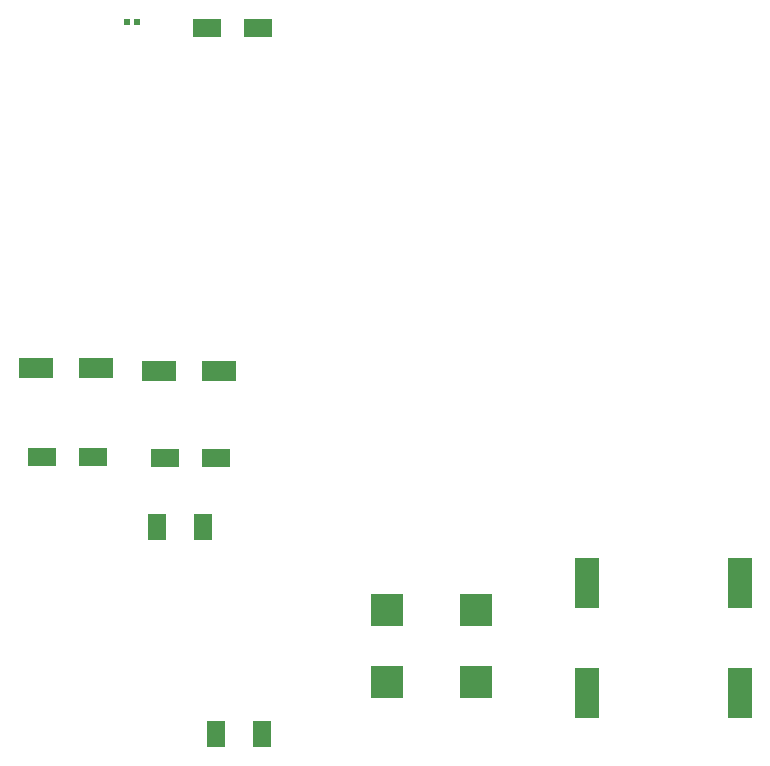
<source format=gbp>
G04*
G04 #@! TF.GenerationSoftware,Altium Limited,Altium Designer,19.0.10 (269)*
G04*
G04 Layer_Color=128*
%FSLAX25Y25*%
%MOIN*%
G70*
G01*
G75*
%ADD43R,0.10630X0.10630*%
%ADD44R,0.06400X0.09000*%
%ADD45R,0.11811X0.07087*%
%ADD46R,0.09173X0.06142*%
%ADD47R,0.02126X0.02362*%
%ADD48R,0.08268X0.16929*%
D43*
X163000Y51000D02*
D03*
Y27000D02*
D03*
X133500D02*
D03*
Y51000D02*
D03*
D44*
X91700Y9500D02*
D03*
X76300D02*
D03*
X72200Y78500D02*
D03*
X56800D02*
D03*
D45*
X77539Y130500D02*
D03*
X57461D02*
D03*
X36539Y131500D02*
D03*
X16461D02*
D03*
D46*
X18575Y102000D02*
D03*
X35425D02*
D03*
X59575Y101500D02*
D03*
X76425D02*
D03*
X73575Y245000D02*
D03*
X90425D02*
D03*
D47*
X50193Y247000D02*
D03*
X46807D02*
D03*
D48*
X251000Y23193D02*
D03*
Y59807D02*
D03*
X200000Y23193D02*
D03*
Y59807D02*
D03*
M02*

</source>
